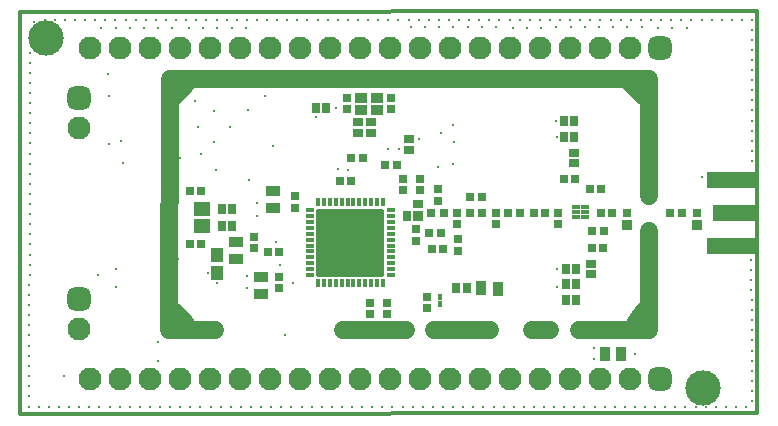
<source format=gts>
G04*
G04 #@! TF.GenerationSoftware,Altium Limited,Altium Designer,20.2.6 (244)*
G04*
G04 Layer_Color=8388736*
%FSLAX43Y43*%
%MOMM*%
G71*
G04*
G04 #@! TF.SameCoordinates,C144CD18-1887-4FAA-AC2B-496F7D53F270*
G04*
G04*
G04 #@! TF.FilePolarity,Negative*
G04*
G01*
G75*
%ADD12C,0.300*%
%ADD21C,2.000*%
%ADD22C,1.500*%
G04:AMPARAMS|DCode=23|XSize=0.72mm|YSize=0.42mm|CornerRadius=0mm|HoleSize=0mm|Usage=FLASHONLY|Rotation=90.000|XOffset=0mm|YOffset=0mm|HoleType=Round|Shape=Octagon|*
%AMOCTAGOND23*
4,1,8,0.105,0.360,-0.105,0.360,-0.210,0.255,-0.210,-0.255,-0.105,-0.360,0.105,-0.360,0.210,-0.255,0.210,0.255,0.105,0.360,0.0*
%
%ADD23OCTAGOND23*%

G04:AMPARAMS|DCode=24|XSize=0.72mm|YSize=0.42mm|CornerRadius=0mm|HoleSize=0mm|Usage=FLASHONLY|Rotation=180.000|XOffset=0mm|YOffset=0mm|HoleType=Round|Shape=Octagon|*
%AMOCTAGOND24*
4,1,8,-0.360,0.105,-0.360,-0.105,-0.255,-0.210,0.255,-0.210,0.360,-0.105,0.360,0.105,0.255,0.210,-0.255,0.210,-0.360,0.105,0.0*
%
%ADD24OCTAGOND24*%

G04:AMPARAMS|DCode=25|XSize=5.76mm|YSize=5.76mm|CornerRadius=0.22mm|HoleSize=0mm|Usage=FLASHONLY|Rotation=180.000|XOffset=0mm|YOffset=0mm|HoleType=Round|Shape=RoundedRectangle|*
%AMROUNDEDRECTD25*
21,1,5.760,5.320,0,0,180.0*
21,1,5.320,5.760,0,0,180.0*
1,1,0.440,-2.660,2.660*
1,1,0.440,2.660,2.660*
1,1,0.440,2.660,-2.660*
1,1,0.440,-2.660,-2.660*
%
%ADD25ROUNDEDRECTD25*%
%ADD26R,0.750X0.375*%
%ADD27R,0.850X0.850*%
%ADD28R,0.700X0.850*%
%ADD29R,0.850X0.700*%
%ADD30R,0.875X1.150*%
%ADD31R,1.000X0.900*%
%ADD32R,1.400X1.150*%
%ADD33R,1.100X1.250*%
%ADD34R,0.750X0.750*%
%ADD35R,0.450X0.575*%
%ADD36R,3.700X1.370*%
%ADD37R,4.300X1.450*%
%ADD38R,0.750X0.750*%
%ADD39R,1.150X0.875*%
%ADD40C,3.000*%
%ADD41C,1.950*%
G04:AMPARAMS|DCode=42|XSize=1.95mm|YSize=1.95mm|CornerRadius=0.525mm|HoleSize=0mm|Usage=FLASHONLY|Rotation=180.000|XOffset=0mm|YOffset=0mm|HoleType=Round|Shape=RoundedRectangle|*
%AMROUNDEDRECTD42*
21,1,1.950,0.900,0,0,180.0*
21,1,0.900,1.950,0,0,180.0*
1,1,1.050,-0.450,0.450*
1,1,1.050,0.450,0.450*
1,1,1.050,0.450,-0.450*
1,1,1.050,-0.450,-0.450*
%
%ADD42ROUNDEDRECTD42*%
G04:AMPARAMS|DCode=43|XSize=1.95mm|YSize=1.95mm|CornerRadius=0.525mm|HoleSize=0mm|Usage=FLASHONLY|Rotation=270.000|XOffset=0mm|YOffset=0mm|HoleType=Round|Shape=RoundedRectangle|*
%AMROUNDEDRECTD43*
21,1,1.950,0.900,0,0,270.0*
21,1,0.900,1.950,0,0,270.0*
1,1,1.050,-0.450,-0.450*
1,1,1.050,-0.450,0.450*
1,1,1.050,0.450,0.450*
1,1,1.050,0.450,-0.450*
%
%ADD43ROUNDEDRECTD43*%
%ADD44C,0.100*%
%ADD45C,0.250*%
D12*
X-9Y17005D02*
X62391Y17098D01*
X-9Y17005D02*
X0Y-17000D01*
X62391Y17098D02*
X62401Y-16907D01*
X0Y-17000D02*
X62401Y-16907D01*
D21*
X51888Y11096D02*
X52852Y10132D01*
X12926Y10110D02*
X13890Y11074D01*
X12908Y-8547D02*
X13872Y-9511D01*
X52191Y-9531D02*
X52973Y-8415D01*
D22*
X12622Y-9862D02*
X12629Y11360D01*
X12622Y-9862D02*
X16451D01*
X16984Y11359D02*
X53229D01*
X12629Y11360D02*
X17197Y11359D01*
X53229Y1467D02*
Y11359D01*
X27292Y-9862D02*
X32663D01*
X35047Y-9856D02*
X39783Y-9858D01*
X43325Y-9858D02*
X44875D01*
X47304Y-9862D02*
X53228D01*
Y-9873D02*
Y-1478D01*
D23*
X25200Y919D02*
D03*
X25700D02*
D03*
X26200D02*
D03*
X26700D02*
D03*
X27200D02*
D03*
X27700D02*
D03*
X28200D02*
D03*
X28700D02*
D03*
X29200D02*
D03*
X29700D02*
D03*
X30200D02*
D03*
X30700D02*
D03*
X25193Y-5878D02*
D03*
X25700D02*
D03*
X26200D02*
D03*
X26700D02*
D03*
X27200D02*
D03*
X27700D02*
D03*
X28200D02*
D03*
X28700D02*
D03*
X29200D02*
D03*
X29700D02*
D03*
X30200D02*
D03*
X30700D02*
D03*
D24*
X24541Y-3731D02*
D03*
X31338Y-5231D02*
D03*
Y-4731D02*
D03*
Y-4231D02*
D03*
Y-3731D02*
D03*
Y-3231D02*
D03*
Y-2731D02*
D03*
Y-2231D02*
D03*
Y-1731D02*
D03*
Y-1231D02*
D03*
Y-731D02*
D03*
Y-231D02*
D03*
Y269D02*
D03*
X24541Y-5231D02*
D03*
Y-4731D02*
D03*
Y-4231D02*
D03*
Y-3231D02*
D03*
Y-2731D02*
D03*
Y-2231D02*
D03*
Y-1731D02*
D03*
Y-1231D02*
D03*
Y-731D02*
D03*
Y269D02*
D03*
Y-231D02*
D03*
D25*
X27940Y-2479D02*
D03*
D26*
X47800Y-300D02*
D03*
Y100D02*
D03*
Y500D02*
D03*
X47000Y-300D02*
D03*
Y100D02*
D03*
Y500D02*
D03*
D27*
X33698Y-225D02*
D03*
X57325Y-1025D02*
D03*
X51350D02*
D03*
D28*
X32715Y-225D02*
D03*
X36873Y-6349D02*
D03*
X37773Y-6349D02*
D03*
X46904Y6426D02*
D03*
X46004D02*
D03*
X25015Y8885D02*
D03*
X25915D02*
D03*
X46904Y7826D02*
D03*
X46004D02*
D03*
X47053Y-7348D02*
D03*
X46153D02*
D03*
X47053Y-4699D02*
D03*
X46153D02*
D03*
X47053Y-5999D02*
D03*
X46153D02*
D03*
X17043Y-1039D02*
D03*
X17943D02*
D03*
X17043Y362D02*
D03*
X17943D02*
D03*
D29*
X33698Y758D02*
D03*
X48303Y-4273D02*
D03*
X48303Y-5173D02*
D03*
X46900Y4226D02*
D03*
Y5126D02*
D03*
X28575Y7725D02*
D03*
Y6825D02*
D03*
X29725Y7725D02*
D03*
Y6825D02*
D03*
X32887Y5358D02*
D03*
X32887Y6258D02*
D03*
D30*
X40436Y-6381D02*
D03*
X39011Y-6365D02*
D03*
X50884Y-11918D02*
D03*
X49459D02*
D03*
D31*
X28800Y9800D02*
D03*
Y8750D02*
D03*
X30150Y9800D02*
D03*
Y8750D02*
D03*
D32*
X15368Y386D02*
D03*
X15368Y-1114D02*
D03*
D33*
X16624Y-5036D02*
D03*
X16624Y-3536D02*
D03*
D34*
X33475Y-2365D02*
D03*
Y-1305D02*
D03*
X57325Y25D02*
D03*
X35388Y1015D02*
D03*
Y2075D02*
D03*
X27625Y8800D02*
D03*
Y9750D02*
D03*
X51350Y25D02*
D03*
X37025Y-2211D02*
D03*
Y-3161D02*
D03*
X31375Y8800D02*
D03*
Y9750D02*
D03*
X45500Y-925D02*
D03*
Y25D02*
D03*
X40299Y-925D02*
D03*
Y25D02*
D03*
X37000D02*
D03*
Y-925D02*
D03*
X32423Y2925D02*
D03*
Y1975D02*
D03*
X33823Y2925D02*
D03*
Y1975D02*
D03*
X34413Y-8024D02*
D03*
Y-7074D02*
D03*
X21911Y-5357D02*
D03*
Y-6307D02*
D03*
X19749Y-2963D02*
D03*
Y-2013D02*
D03*
X23251Y1425D02*
D03*
Y475D02*
D03*
X31000Y-7615D02*
D03*
Y-8565D02*
D03*
X29600D02*
D03*
Y-7615D02*
D03*
D35*
X35563Y-7694D02*
D03*
X35563Y-7069D02*
D03*
D36*
X60470Y25D02*
D03*
D37*
X60270Y-2800D02*
D03*
Y2850D02*
D03*
D38*
X49142Y2031D02*
D03*
X48192D02*
D03*
X54995Y25D02*
D03*
X56055D02*
D03*
X35828Y19D02*
D03*
X34768D02*
D03*
X41277Y25D02*
D03*
X42337D02*
D03*
X38051Y20D02*
D03*
X39111D02*
D03*
X27075Y2700D02*
D03*
X28025D02*
D03*
X30900Y4100D02*
D03*
X31850D02*
D03*
X34625Y-1635D02*
D03*
X35575D02*
D03*
X49150Y25D02*
D03*
X50100D02*
D03*
X34850Y-3035D02*
D03*
X35800D02*
D03*
X46975Y2926D02*
D03*
X46025D02*
D03*
X44455Y25D02*
D03*
X43505D02*
D03*
X38106Y1345D02*
D03*
X39056D02*
D03*
X49322Y-2973D02*
D03*
X48372D02*
D03*
X14323Y-2589D02*
D03*
X15273D02*
D03*
Y1862D02*
D03*
X14323D02*
D03*
X28975Y4700D02*
D03*
X28025D02*
D03*
X20974Y-3241D02*
D03*
X21924D02*
D03*
X49376Y-1500D02*
D03*
X48426D02*
D03*
D39*
X20411Y-5422D02*
D03*
X20411Y-6847D02*
D03*
X18249Y-2426D02*
D03*
Y-3851D02*
D03*
X21400Y1888D02*
D03*
Y463D02*
D03*
D40*
X57800Y-14800D02*
D03*
X2200Y14800D02*
D03*
D41*
X5870Y14000D02*
D03*
X8410D02*
D03*
X10950D02*
D03*
X13490D02*
D03*
X16030D02*
D03*
X18570D02*
D03*
X21110D02*
D03*
X23650D02*
D03*
X26190D02*
D03*
X28730D02*
D03*
X31270D02*
D03*
X33810D02*
D03*
X36350D02*
D03*
X38890D02*
D03*
X41430D02*
D03*
X43970D02*
D03*
X46510D02*
D03*
X49050D02*
D03*
X51590D02*
D03*
X5000Y-9770D02*
D03*
Y7230D02*
D03*
X51590Y-14000D02*
D03*
X49050D02*
D03*
X46510D02*
D03*
X43970D02*
D03*
X41430D02*
D03*
X38890D02*
D03*
X36350D02*
D03*
X33810D02*
D03*
X31270D02*
D03*
X28730D02*
D03*
X26190D02*
D03*
X23650D02*
D03*
X21110D02*
D03*
X18570D02*
D03*
X16030D02*
D03*
X13490D02*
D03*
X10950D02*
D03*
X8410D02*
D03*
X5870D02*
D03*
D42*
X54130Y14000D02*
D03*
Y-14000D02*
D03*
D43*
X5000Y-7230D02*
D03*
Y9770D02*
D03*
D44*
X46273Y-563D02*
D03*
X39412Y10849D02*
D03*
X41904Y10854D02*
D03*
X38788Y10849D02*
D03*
X41281D02*
D03*
X38165D02*
D03*
X40658D02*
D03*
X37542D02*
D03*
X40035D02*
D03*
X43150Y10858D02*
D03*
X45643D02*
D03*
X45020D02*
D03*
X44397D02*
D03*
X42527D02*
D03*
X43773D02*
D03*
X46266D02*
D03*
X48135Y10859D02*
D03*
X46889D02*
D03*
X48759D02*
D03*
X47512D02*
D03*
X61009Y15043D02*
D03*
X60559Y14143D02*
D03*
X61009Y13243D02*
D03*
X60559Y12343D02*
D03*
X61009Y11443D02*
D03*
X60559Y10543D02*
D03*
X61009Y9643D02*
D03*
X60559Y8743D02*
D03*
X61009Y7843D02*
D03*
X60559Y6943D02*
D03*
X61009Y6043D02*
D03*
X60559Y5143D02*
D03*
X61009Y4243D02*
D03*
Y-4757D02*
D03*
X60559Y-5657D02*
D03*
X61009Y-6557D02*
D03*
X60559Y-7457D02*
D03*
X61009Y-8357D02*
D03*
X60559Y-9257D02*
D03*
X61009Y-10157D02*
D03*
X60559Y-11057D02*
D03*
X61009Y-11957D02*
D03*
X60559Y-12857D02*
D03*
X61009Y-13757D02*
D03*
X60559Y-14657D02*
D03*
X61009Y-15557D02*
D03*
X60109Y15043D02*
D03*
X59659Y14143D02*
D03*
X60109Y13243D02*
D03*
X59659Y12343D02*
D03*
X60109Y11443D02*
D03*
X59659Y10543D02*
D03*
X60109Y9643D02*
D03*
X59659Y8743D02*
D03*
X60109Y7843D02*
D03*
X59659Y6943D02*
D03*
X60109Y6043D02*
D03*
X59659Y5143D02*
D03*
X60109Y4243D02*
D03*
Y-4757D02*
D03*
X59659Y-5657D02*
D03*
X60109Y-6557D02*
D03*
X59659Y-7457D02*
D03*
X60109Y-8357D02*
D03*
X59659Y-9257D02*
D03*
X60109Y-10157D02*
D03*
X59659Y-11057D02*
D03*
X60109Y-11957D02*
D03*
X59659Y-12857D02*
D03*
X60109Y-13757D02*
D03*
X59659Y-14657D02*
D03*
X60109Y-15557D02*
D03*
X59209Y15043D02*
D03*
X58759Y14143D02*
D03*
X59209Y13243D02*
D03*
X58759Y12343D02*
D03*
X59209Y11443D02*
D03*
X58759Y10543D02*
D03*
X59209Y9643D02*
D03*
X58759Y8743D02*
D03*
X59209Y7843D02*
D03*
X58759Y6943D02*
D03*
X59209Y6043D02*
D03*
X58759Y5143D02*
D03*
X59209Y4243D02*
D03*
Y-4757D02*
D03*
X58759Y-5657D02*
D03*
X59209Y-6557D02*
D03*
X58759Y-7457D02*
D03*
X59209Y-8357D02*
D03*
X58759Y-9257D02*
D03*
X59209Y-10157D02*
D03*
X58759Y-11057D02*
D03*
X59209Y-11957D02*
D03*
X58759Y-12857D02*
D03*
X59209Y-15557D02*
D03*
X58309Y15043D02*
D03*
X57859Y14143D02*
D03*
X58309Y13243D02*
D03*
X57859Y12343D02*
D03*
X58309Y11443D02*
D03*
X57859Y10543D02*
D03*
X58309Y9643D02*
D03*
X57859Y8743D02*
D03*
X58309Y7843D02*
D03*
X57859Y6943D02*
D03*
X58309Y6043D02*
D03*
X57859Y5143D02*
D03*
X58309Y4243D02*
D03*
Y-4757D02*
D03*
X57859Y-5657D02*
D03*
X58309Y-6557D02*
D03*
X57859Y-7457D02*
D03*
X58309Y-8357D02*
D03*
X57859Y-9257D02*
D03*
X58309Y-10157D02*
D03*
X57859Y-11057D02*
D03*
X58309Y-11957D02*
D03*
X57859Y-12857D02*
D03*
X58309Y-13757D02*
D03*
X57409Y15043D02*
D03*
X56959Y14143D02*
D03*
X57409Y13243D02*
D03*
X56959Y12343D02*
D03*
X57409Y11443D02*
D03*
X56959Y10543D02*
D03*
X57409Y9643D02*
D03*
X56959Y8743D02*
D03*
X57409Y7843D02*
D03*
X56959Y6943D02*
D03*
X57409Y6043D02*
D03*
X56959Y5143D02*
D03*
X57409Y4243D02*
D03*
X56959Y3343D02*
D03*
X57409Y-2957D02*
D03*
X56959Y-3857D02*
D03*
X57409Y-4757D02*
D03*
X56959Y-5657D02*
D03*
X57409Y-6557D02*
D03*
X56959Y-7457D02*
D03*
X57409Y-8357D02*
D03*
X56959Y-9257D02*
D03*
X57409Y-10157D02*
D03*
X56959Y-11057D02*
D03*
X57409Y-11957D02*
D03*
X56959Y-12857D02*
D03*
X57409Y-13757D02*
D03*
X56059Y14143D02*
D03*
X56509Y13243D02*
D03*
X56059Y12343D02*
D03*
X56509Y11443D02*
D03*
X56059Y10543D02*
D03*
X56509Y9643D02*
D03*
X56059Y8743D02*
D03*
X56509Y7843D02*
D03*
X56059Y6943D02*
D03*
X56509Y6043D02*
D03*
X56059Y5143D02*
D03*
X56509Y4243D02*
D03*
X56059Y3343D02*
D03*
X56509Y2443D02*
D03*
Y-2957D02*
D03*
X56059Y-3857D02*
D03*
X56509Y-4757D02*
D03*
X56059Y-5657D02*
D03*
X56509Y-6557D02*
D03*
X56059Y-7457D02*
D03*
X56509Y-8357D02*
D03*
X56059Y-9257D02*
D03*
X56509Y-10157D02*
D03*
X56059Y-11057D02*
D03*
X56509Y-11957D02*
D03*
X56059Y-12857D02*
D03*
X56509Y-13757D02*
D03*
X56059Y-14657D02*
D03*
X56509Y-15557D02*
D03*
X55609Y15043D02*
D03*
Y13243D02*
D03*
X55159Y12343D02*
D03*
X55609Y11443D02*
D03*
X55159Y10543D02*
D03*
X55609Y9643D02*
D03*
X55159Y8743D02*
D03*
X55609Y7843D02*
D03*
X55159Y6943D02*
D03*
X55609Y6043D02*
D03*
X55159Y5143D02*
D03*
X55609Y4243D02*
D03*
X55159Y3343D02*
D03*
X55609Y2443D02*
D03*
Y-2957D02*
D03*
X55159Y-3857D02*
D03*
X55609Y-4757D02*
D03*
X55159Y-5657D02*
D03*
X55609Y-6557D02*
D03*
X55159Y-7457D02*
D03*
X55609Y-8357D02*
D03*
X55159Y-9257D02*
D03*
X55609Y-10157D02*
D03*
X55159Y-11057D02*
D03*
X55609Y-11957D02*
D03*
Y-13757D02*
D03*
Y-15557D02*
D03*
X54259Y12343D02*
D03*
X54709Y11443D02*
D03*
X54259Y10543D02*
D03*
X54709Y9643D02*
D03*
X54259Y8743D02*
D03*
X54709Y7843D02*
D03*
X54259Y6943D02*
D03*
X54709Y6043D02*
D03*
X54259Y5143D02*
D03*
X54709Y4243D02*
D03*
X54259Y3343D02*
D03*
X54709Y2443D02*
D03*
Y-2957D02*
D03*
X54259Y-3857D02*
D03*
X54709Y-4757D02*
D03*
X54259Y-5657D02*
D03*
X54709Y-6557D02*
D03*
X54259Y-7457D02*
D03*
X54709Y-8357D02*
D03*
X54259Y-9257D02*
D03*
X54709Y-10157D02*
D03*
X54259Y-11057D02*
D03*
X54709Y-11957D02*
D03*
Y-15557D02*
D03*
X53359Y12343D02*
D03*
X53809Y11443D02*
D03*
X53359Y10543D02*
D03*
X53809Y9643D02*
D03*
X53359Y8743D02*
D03*
X53809Y7843D02*
D03*
X53359Y6943D02*
D03*
X53809Y6043D02*
D03*
X53359Y5143D02*
D03*
X53809Y4243D02*
D03*
X53359Y3343D02*
D03*
X53809Y2443D02*
D03*
Y-2957D02*
D03*
X53359Y-3857D02*
D03*
X53809Y-4757D02*
D03*
X53359Y-5657D02*
D03*
X53809Y-6557D02*
D03*
X53359Y-7457D02*
D03*
X53809Y-8357D02*
D03*
X53359Y-11057D02*
D03*
X53809Y-11957D02*
D03*
Y-15557D02*
D03*
X52909Y15043D02*
D03*
X52459Y12343D02*
D03*
X52909Y11443D02*
D03*
Y9643D02*
D03*
X52459Y8743D02*
D03*
X52909Y7843D02*
D03*
X52459Y6943D02*
D03*
X52909Y6043D02*
D03*
X52459Y5143D02*
D03*
X52909Y4243D02*
D03*
X52459Y3343D02*
D03*
X52909Y2443D02*
D03*
Y-2957D02*
D03*
X52459Y-3857D02*
D03*
X52909Y-4757D02*
D03*
X52459Y-5657D02*
D03*
X52909Y-6557D02*
D03*
X52459Y-7457D02*
D03*
X52909Y-8357D02*
D03*
X52459Y-9257D02*
D03*
Y-11057D02*
D03*
X52909Y-11957D02*
D03*
X52459Y-12857D02*
D03*
X52909Y-15557D02*
D03*
X51559Y12343D02*
D03*
X52009Y11443D02*
D03*
X51559Y10543D02*
D03*
X52009Y9643D02*
D03*
X51559Y8743D02*
D03*
X52009Y7843D02*
D03*
X51559Y6943D02*
D03*
X52009Y6043D02*
D03*
X51559Y5143D02*
D03*
X52009Y4243D02*
D03*
X51559Y3343D02*
D03*
X52009Y2443D02*
D03*
Y-2957D02*
D03*
X51559Y-3857D02*
D03*
X52009Y-4757D02*
D03*
X51559Y-5657D02*
D03*
X52009Y-6557D02*
D03*
X51559Y-7457D02*
D03*
X52009Y-8357D02*
D03*
X51559Y-11057D02*
D03*
X52009Y-15557D02*
D03*
X51109Y11443D02*
D03*
Y9643D02*
D03*
X50659Y8743D02*
D03*
X51109Y7843D02*
D03*
X50659Y6943D02*
D03*
X51109Y6043D02*
D03*
X50659Y5143D02*
D03*
X51109Y4243D02*
D03*
X50659Y3343D02*
D03*
X51109Y2443D02*
D03*
Y-2957D02*
D03*
X50659Y-3857D02*
D03*
X51109Y-4757D02*
D03*
X50659Y-5657D02*
D03*
X51109Y-6557D02*
D03*
X50659Y-7457D02*
D03*
X51109Y-8357D02*
D03*
X50659Y-9257D02*
D03*
Y-12857D02*
D03*
X51109Y-15557D02*
D03*
X50209Y9643D02*
D03*
X49759Y8743D02*
D03*
X50209Y7843D02*
D03*
X49759Y6943D02*
D03*
X50209Y6043D02*
D03*
X49759Y5143D02*
D03*
X50209Y4243D02*
D03*
X49759Y3343D02*
D03*
X50209Y2443D02*
D03*
Y-2957D02*
D03*
X49759Y-3857D02*
D03*
X50209Y-4757D02*
D03*
X49759Y-5657D02*
D03*
X50209Y-6557D02*
D03*
X49759Y-7457D02*
D03*
X50209Y-8357D02*
D03*
X49759Y-9257D02*
D03*
X48859Y12343D02*
D03*
X49309Y9643D02*
D03*
X48859Y8743D02*
D03*
X49309Y7843D02*
D03*
X48859Y6943D02*
D03*
X49309Y6043D02*
D03*
X48859Y5143D02*
D03*
X49309Y4243D02*
D03*
X48859Y3343D02*
D03*
X49309Y-4757D02*
D03*
Y-6557D02*
D03*
X48859Y-7457D02*
D03*
X49309Y-8357D02*
D03*
X48859Y-9257D02*
D03*
X48409Y9643D02*
D03*
X47959Y8743D02*
D03*
X48409Y7843D02*
D03*
X47959Y6943D02*
D03*
X48409Y6043D02*
D03*
X47959Y5143D02*
D03*
X48409Y4243D02*
D03*
X47959Y3343D02*
D03*
X48409Y-6557D02*
D03*
X47959Y-7457D02*
D03*
X48409Y-8357D02*
D03*
X47959Y-9257D02*
D03*
X47509Y15043D02*
D03*
Y9643D02*
D03*
X47059Y8743D02*
D03*
X47509Y-2957D02*
D03*
Y-8357D02*
D03*
X47059Y-9257D02*
D03*
X46159Y12343D02*
D03*
X46609Y9643D02*
D03*
Y-15557D02*
D03*
X45259Y12343D02*
D03*
X45709Y9643D02*
D03*
X45259Y5143D02*
D03*
X45709Y4243D02*
D03*
X45259Y3343D02*
D03*
Y-7457D02*
D03*
Y-9257D02*
D03*
X45709Y-15557D02*
D03*
X44359Y12343D02*
D03*
X44809Y9643D02*
D03*
X44359Y5143D02*
D03*
X44809Y4243D02*
D03*
X44359Y3343D02*
D03*
X44809Y-8357D02*
D03*
X44359Y-9257D02*
D03*
X43459Y12343D02*
D03*
X43909Y9643D02*
D03*
X43459Y6943D02*
D03*
X43909Y6043D02*
D03*
X43459Y5143D02*
D03*
X43909Y4243D02*
D03*
X43459Y3343D02*
D03*
X43909Y-4757D02*
D03*
X43459Y-5657D02*
D03*
X43909Y-8357D02*
D03*
X43459Y-9257D02*
D03*
X43009Y9643D02*
D03*
X42559Y6943D02*
D03*
X43009Y6043D02*
D03*
X42559Y5143D02*
D03*
X43009Y4243D02*
D03*
X42559Y3343D02*
D03*
X43009Y-4757D02*
D03*
X42559Y-5657D02*
D03*
X43009Y-6557D02*
D03*
Y-8357D02*
D03*
X42559Y-9257D02*
D03*
X42109Y9643D02*
D03*
X41659Y6943D02*
D03*
X42109Y6043D02*
D03*
X41659Y5143D02*
D03*
X42109Y4243D02*
D03*
X41659Y3343D02*
D03*
X42109Y-4757D02*
D03*
X41659Y-5657D02*
D03*
X42109Y-6557D02*
D03*
Y-8357D02*
D03*
X41659Y-9257D02*
D03*
X41209Y9643D02*
D03*
X40759Y6943D02*
D03*
X41209Y6043D02*
D03*
X40759Y5143D02*
D03*
X41209Y4243D02*
D03*
X40759Y3343D02*
D03*
X41209Y-4757D02*
D03*
Y-8357D02*
D03*
X40759Y-9257D02*
D03*
X40309Y9643D02*
D03*
X39859Y6943D02*
D03*
X40309Y6043D02*
D03*
X39859Y5143D02*
D03*
X40309Y4243D02*
D03*
X39859Y3343D02*
D03*
X40309Y-4757D02*
D03*
Y-8357D02*
D03*
X39859Y-9257D02*
D03*
X39409Y9643D02*
D03*
Y6043D02*
D03*
X38959Y5143D02*
D03*
X39409Y4243D02*
D03*
Y-4757D02*
D03*
Y-8357D02*
D03*
X38959Y-9257D02*
D03*
X38509Y9643D02*
D03*
X38059Y6943D02*
D03*
X38509Y4243D02*
D03*
Y-4757D02*
D03*
Y-8357D02*
D03*
X38059Y-9257D02*
D03*
X37609Y15043D02*
D03*
Y9643D02*
D03*
X37159Y5143D02*
D03*
X37609Y-4757D02*
D03*
Y-8357D02*
D03*
X37159Y-9257D02*
D03*
X36709Y9643D02*
D03*
Y-4757D02*
D03*
Y-8357D02*
D03*
X36259Y-9257D02*
D03*
X35809Y9643D02*
D03*
X35359Y5143D02*
D03*
X35809Y-4757D02*
D03*
X35359Y-9257D02*
D03*
X34909Y15043D02*
D03*
X34009Y9643D02*
D03*
X28609Y-15557D02*
D03*
X24559Y12343D02*
D03*
X21409Y9643D02*
D03*
X20059Y8743D02*
D03*
Y-12857D02*
D03*
X19609Y9643D02*
D03*
Y7843D02*
D03*
X18708Y9643D02*
D03*
X18259Y8743D02*
D03*
X18708Y7843D02*
D03*
X17809Y9643D02*
D03*
X17358Y8743D02*
D03*
X17809Y6043D02*
D03*
X17358Y5143D02*
D03*
Y3343D02*
D03*
Y1543D02*
D03*
X16909Y9643D02*
D03*
Y7843D02*
D03*
X16458Y6943D02*
D03*
Y5143D02*
D03*
X16909Y2443D02*
D03*
X16458Y1543D02*
D03*
X16008Y9643D02*
D03*
X15559Y8743D02*
D03*
X16008Y7843D02*
D03*
Y4243D02*
D03*
X15559Y3343D02*
D03*
X14658Y8743D02*
D03*
X15108Y6043D02*
D03*
Y4243D02*
D03*
X14658Y3343D02*
D03*
Y-3857D02*
D03*
Y-5657D02*
D03*
Y-7457D02*
D03*
Y-12857D02*
D03*
X13759Y8743D02*
D03*
X14208Y7843D02*
D03*
X13759Y6943D02*
D03*
X14208Y6043D02*
D03*
Y4243D02*
D03*
X13759Y3343D02*
D03*
Y-257D02*
D03*
X14208Y-4757D02*
D03*
X13759Y-5657D02*
D03*
X14208Y-6557D02*
D03*
X13759Y-7457D02*
D03*
X13309Y7843D02*
D03*
Y6043D02*
D03*
X12858Y5143D02*
D03*
Y1543D02*
D03*
X13309Y643D02*
D03*
X12858Y-257D02*
D03*
X13309Y-1157D02*
D03*
X12858Y-2057D02*
D03*
X13309Y-4757D02*
D03*
Y-6557D02*
D03*
X12408Y15043D02*
D03*
Y4243D02*
D03*
Y643D02*
D03*
Y-1157D02*
D03*
Y-2957D02*
D03*
Y-4757D02*
D03*
Y-6557D02*
D03*
X10158Y-11057D02*
D03*
X9708Y15043D02*
D03*
X9259Y-9257D02*
D03*
Y-11057D02*
D03*
X9708Y-11957D02*
D03*
X9259Y-12857D02*
D03*
X8358Y5143D02*
D03*
Y3343D02*
D03*
X8809Y2443D02*
D03*
X8358Y1543D02*
D03*
X8809Y643D02*
D03*
X8358Y-257D02*
D03*
X8809Y-1157D02*
D03*
X8358Y-2057D02*
D03*
X8809Y-2957D02*
D03*
X8358Y-3857D02*
D03*
X8809Y-8357D02*
D03*
X8358Y-9257D02*
D03*
Y-11057D02*
D03*
X8809Y-11957D02*
D03*
X7458Y8743D02*
D03*
Y5143D02*
D03*
X7909Y4243D02*
D03*
X7458Y3343D02*
D03*
X7909Y2443D02*
D03*
X7458Y1543D02*
D03*
X7909Y643D02*
D03*
X7458Y-257D02*
D03*
X7909Y-1157D02*
D03*
X7458Y-2057D02*
D03*
X7909Y-2957D02*
D03*
X7458Y-3857D02*
D03*
Y-5657D02*
D03*
X7909Y-8357D02*
D03*
X7458Y-9257D02*
D03*
Y-11057D02*
D03*
X7909Y-11957D02*
D03*
X7458Y-12857D02*
D03*
X6558Y12343D02*
D03*
Y10543D02*
D03*
Y8743D02*
D03*
X7008Y7843D02*
D03*
X6558Y5143D02*
D03*
X7008Y4243D02*
D03*
X6558Y3343D02*
D03*
X7008Y2443D02*
D03*
X6558Y1543D02*
D03*
X7008Y643D02*
D03*
X6558Y-257D02*
D03*
X7008Y-1157D02*
D03*
X6558Y-2057D02*
D03*
X7008Y-2957D02*
D03*
X6558Y-3857D02*
D03*
X7008Y-6557D02*
D03*
Y-8357D02*
D03*
X6558Y-9257D02*
D03*
X7008Y-11957D02*
D03*
X5659Y12343D02*
D03*
X6108Y11443D02*
D03*
Y6043D02*
D03*
X5659Y5143D02*
D03*
X6108Y4243D02*
D03*
X5659Y3343D02*
D03*
X6108Y2443D02*
D03*
X5659Y1543D02*
D03*
X6108Y643D02*
D03*
X5659Y-257D02*
D03*
X6108Y-1157D02*
D03*
X5659Y-2057D02*
D03*
X6108Y-2957D02*
D03*
X5659Y-3857D02*
D03*
Y-5657D02*
D03*
X6108Y-11957D02*
D03*
Y-15557D02*
D03*
X4758Y5143D02*
D03*
X5208Y4243D02*
D03*
X4758Y3343D02*
D03*
X5208Y2443D02*
D03*
X4758Y1543D02*
D03*
X5208Y643D02*
D03*
X4758Y-257D02*
D03*
X5208Y-1157D02*
D03*
X4758Y-2057D02*
D03*
X5208Y-2957D02*
D03*
X4758Y-3857D02*
D03*
X5208Y-4757D02*
D03*
X4758Y-5657D02*
D03*
X5208Y-11957D02*
D03*
X4758Y-12857D02*
D03*
X5208Y-15557D02*
D03*
X4308Y15043D02*
D03*
X3858Y14143D02*
D03*
X4308Y13243D02*
D03*
X3858Y12343D02*
D03*
X4308Y11443D02*
D03*
X3858Y5143D02*
D03*
X4308Y4243D02*
D03*
X3858Y3343D02*
D03*
X4308Y2443D02*
D03*
X3858Y1543D02*
D03*
X4308Y643D02*
D03*
X3858Y-257D02*
D03*
X4308Y-1157D02*
D03*
X3858Y-2057D02*
D03*
X4308Y-2957D02*
D03*
X3858Y-3857D02*
D03*
X4308Y-4757D02*
D03*
X3858Y-5657D02*
D03*
Y-11057D02*
D03*
X4308Y-11957D02*
D03*
X3858Y-12857D02*
D03*
Y-14657D02*
D03*
X4308Y-15557D02*
D03*
X3408Y15043D02*
D03*
Y13243D02*
D03*
X2958Y12343D02*
D03*
X3408Y11443D02*
D03*
X2958Y10543D02*
D03*
X3408Y9643D02*
D03*
X2958Y8743D02*
D03*
X3408Y7843D02*
D03*
X2958Y6943D02*
D03*
X3408Y6043D02*
D03*
X2958Y5143D02*
D03*
X3408Y4243D02*
D03*
X2958Y3343D02*
D03*
X3408Y2443D02*
D03*
X2958Y1543D02*
D03*
X3408Y643D02*
D03*
X2958Y-257D02*
D03*
X3408Y-1157D02*
D03*
X2958Y-2057D02*
D03*
X3408Y-2957D02*
D03*
X2958Y-3857D02*
D03*
X3408Y-4757D02*
D03*
X2958Y-5657D02*
D03*
X3408Y-6557D02*
D03*
X2958Y-7457D02*
D03*
X3408Y-8357D02*
D03*
X2958Y-9257D02*
D03*
X3408Y-10157D02*
D03*
X2958Y-11057D02*
D03*
X3408Y-11957D02*
D03*
X2958Y-12857D02*
D03*
Y-14657D02*
D03*
X3408Y-15557D02*
D03*
X2508Y13243D02*
D03*
X2058Y12343D02*
D03*
X2508Y11443D02*
D03*
X2058Y10543D02*
D03*
X2508Y9643D02*
D03*
X2058Y8743D02*
D03*
X2508Y7843D02*
D03*
X2058Y6943D02*
D03*
X2508Y6043D02*
D03*
X2058Y5143D02*
D03*
X2508Y4243D02*
D03*
X2058Y3343D02*
D03*
X2508Y2443D02*
D03*
X2058Y1543D02*
D03*
X2508Y643D02*
D03*
X2058Y-257D02*
D03*
X2508Y-1157D02*
D03*
X2058Y-2057D02*
D03*
X2508Y-2957D02*
D03*
X2058Y-3857D02*
D03*
X2508Y-4757D02*
D03*
X2058Y-5657D02*
D03*
X2508Y-6557D02*
D03*
X2058Y-7457D02*
D03*
X2508Y-8357D02*
D03*
X2058Y-9257D02*
D03*
X2508Y-10157D02*
D03*
X2058Y-11057D02*
D03*
X2508Y-11957D02*
D03*
X2058Y-12857D02*
D03*
X2508Y-13757D02*
D03*
X2058Y-14657D02*
D03*
X2508Y-15557D02*
D03*
X1608Y13243D02*
D03*
Y11443D02*
D03*
Y9643D02*
D03*
Y7843D02*
D03*
Y6043D02*
D03*
Y4243D02*
D03*
Y2443D02*
D03*
Y643D02*
D03*
Y-1157D02*
D03*
Y-2957D02*
D03*
Y-4757D02*
D03*
Y-6557D02*
D03*
Y-8357D02*
D03*
Y-10157D02*
D03*
Y-11957D02*
D03*
Y-13757D02*
D03*
Y-15557D02*
D03*
X36347Y-2251D02*
D03*
X36327Y1896D02*
D03*
X36395Y2893D02*
D03*
X46062Y-1175D02*
D03*
X48581Y904D02*
D03*
X48878Y-717D02*
D03*
X49413Y-1066D02*
D03*
X50156D02*
D03*
X47428Y-1000D02*
D03*
X47244Y-1632D02*
D03*
X50630Y-1462D02*
D03*
X53129Y-1066D02*
D03*
X52386D02*
D03*
X54615D02*
D03*
X53872D02*
D03*
X56101D02*
D03*
X55358D02*
D03*
X61263Y-1405D02*
D03*
X62006D02*
D03*
X59777D02*
D03*
X60520D02*
D03*
X58291D02*
D03*
X59034D02*
D03*
X56744Y-1066D02*
D03*
X51890Y-1462D02*
D03*
X59030Y1456D02*
D03*
X58287D02*
D03*
X60516D02*
D03*
X59773D02*
D03*
X62002D02*
D03*
X61259D02*
D03*
X57708Y1139D02*
D03*
X56322D02*
D03*
X57065D02*
D03*
X54836D02*
D03*
X55579D02*
D03*
X53349D02*
D03*
X54093D02*
D03*
X51963D02*
D03*
X52706D02*
D03*
X50477D02*
D03*
X51220D02*
D03*
X49734D02*
D03*
X49042Y1224D02*
D03*
X43119Y1116D02*
D03*
X42376D02*
D03*
X44506D02*
D03*
X43762D02*
D03*
X45992D02*
D03*
X45249D02*
D03*
X46735D02*
D03*
X45425Y-1047D02*
D03*
X43938D02*
D03*
X44681D02*
D03*
X42452D02*
D03*
X43195D02*
D03*
X41066D02*
D03*
X41809D02*
D03*
X39580D02*
D03*
X40323D02*
D03*
X38836D02*
D03*
X36155Y-751D02*
D03*
X38093Y-1047D02*
D03*
X35374Y-751D02*
D03*
X39711Y2400D02*
D03*
X38225D02*
D03*
X38968D02*
D03*
X37482D02*
D03*
X36947Y1114D02*
D03*
Y1857D02*
D03*
X36265Y1161D02*
D03*
X37626Y-1439D02*
D03*
X36365D02*
D03*
X36969Y-1648D02*
D03*
X51220Y-1610D02*
D03*
X37837Y-2466D02*
D03*
X38580D02*
D03*
X40066D02*
D03*
X39323D02*
D03*
X41552D02*
D03*
X40809D02*
D03*
X42939D02*
D03*
X42195D02*
D03*
X44425D02*
D03*
X43682D02*
D03*
X37812Y-3575D02*
D03*
X38555D02*
D03*
X40041D02*
D03*
X39298D02*
D03*
X41527D02*
D03*
X40784D02*
D03*
X42913D02*
D03*
X42170D02*
D03*
X43657D02*
D03*
X45132Y-3446D02*
D03*
X44400Y-3575D02*
D03*
X45805Y-3132D02*
D03*
X46374Y-2654D02*
D03*
X46900Y-2129D02*
D03*
X45668Y-1674D02*
D03*
X45098Y-2152D02*
D03*
X36539Y-3979D02*
D03*
X37282D02*
D03*
X35053D02*
D03*
X35796D02*
D03*
X34309D02*
D03*
X35604Y-2251D02*
D03*
X44877Y1648D02*
D03*
X45621D02*
D03*
X43391D02*
D03*
X44134D02*
D03*
X42748D02*
D03*
X37882Y2893D02*
D03*
X37138D02*
D03*
X39368D02*
D03*
X38625D02*
D03*
X36739Y2400D02*
D03*
X46364Y1648D02*
D03*
X46048Y2152D02*
D03*
X40946D02*
D03*
X40203D02*
D03*
X42433D02*
D03*
X41690D02*
D03*
X43819D02*
D03*
X43076D02*
D03*
X45305D02*
D03*
X44562D02*
D03*
X44759Y-4069D02*
D03*
X44016D02*
D03*
X42529D02*
D03*
X43272D02*
D03*
X41143D02*
D03*
X41886D02*
D03*
X39657D02*
D03*
X40400D02*
D03*
X38914D02*
D03*
X38171D02*
D03*
X46849Y-3208D02*
D03*
X44326Y-1734D02*
D03*
X42840D02*
D03*
X43583D02*
D03*
X41453D02*
D03*
X42196D02*
D03*
X39967D02*
D03*
X40710D02*
D03*
X39224D02*
D03*
X38481D02*
D03*
X45018Y-1520D02*
D03*
X57411Y1695D02*
D03*
X55925D02*
D03*
X56668D02*
D03*
X54439D02*
D03*
X55182D02*
D03*
X53052D02*
D03*
X53795D02*
D03*
X51566D02*
D03*
X52309D02*
D03*
X50823D02*
D03*
X50080D02*
D03*
X49337D02*
D03*
X52774Y-1646D02*
D03*
X53517D02*
D03*
X55003D02*
D03*
X54260D02*
D03*
X56490D02*
D03*
X55746D02*
D03*
X49800Y-1574D02*
D03*
X57803Y-1727D02*
D03*
X57160D02*
D03*
X53164Y-2240D02*
D03*
X54650D02*
D03*
X53907Y-2240D02*
D03*
X55393Y-2240D02*
D03*
X56136D02*
D03*
X57623Y-2240D02*
D03*
X56879D02*
D03*
X52421Y-2240D02*
D03*
X51678Y-2240D02*
D03*
X50934D02*
D03*
X49448Y-2240D02*
D03*
X50191Y-2240D02*
D03*
X40147Y1116D02*
D03*
X40890D02*
D03*
X42005Y1648D02*
D03*
X40519D02*
D03*
X41262D02*
D03*
X41633Y1116D02*
D03*
X28484Y-8637D02*
D03*
X28590Y-8053D02*
D03*
X52202Y10719D02*
D03*
X49382Y10956D02*
D03*
X50005D02*
D03*
X50628D02*
D03*
X53417Y-9880D02*
D03*
X52794D02*
D03*
X52171D02*
D03*
X51548D02*
D03*
X50925D02*
D03*
X50302D02*
D03*
X48432D02*
D03*
X49055D02*
D03*
X49678D02*
D03*
X28811Y5677D02*
D03*
X27979Y5686D02*
D03*
D45*
X26048Y-4408D02*
D03*
X35382Y3882D02*
D03*
X61899Y2819D02*
D03*
X61929Y-2845D02*
D03*
X45402Y-6230D02*
D03*
X61105Y2833D02*
D03*
X58537Y2857D02*
D03*
X60246Y2857D02*
D03*
X59392Y2857D02*
D03*
X61112Y-2827D02*
D03*
X58543Y-2803D02*
D03*
X60253Y-2803D02*
D03*
X59398Y-2803D02*
D03*
X707Y-16381D02*
D03*
X1562D02*
D03*
X2417D02*
D03*
X4126D02*
D03*
X5836D02*
D03*
X4981D02*
D03*
X3272D02*
D03*
X732Y-13764D02*
D03*
X732Y-12054D02*
D03*
X732Y-11200D02*
D03*
X732Y-12909D02*
D03*
Y-14619D02*
D03*
Y-15474D02*
D03*
X756Y-10341D02*
D03*
Y-9486D02*
D03*
Y-7776D02*
D03*
X756Y-6067D02*
D03*
X756Y-6921D02*
D03*
X756Y-8631D02*
D03*
X805Y1635D02*
D03*
X805Y3345D02*
D03*
X805Y4199D02*
D03*
X805Y2490D02*
D03*
Y780D02*
D03*
Y-75D02*
D03*
X780Y-5208D02*
D03*
Y-4353D02*
D03*
Y-2643D02*
D03*
X780Y-934D02*
D03*
X780Y-1788D02*
D03*
X780Y-3498D02*
D03*
X853Y11901D02*
D03*
X853Y13610D02*
D03*
X853Y14465D02*
D03*
X853Y12756D02*
D03*
Y11046D02*
D03*
Y10191D02*
D03*
X829Y5058D02*
D03*
Y5913D02*
D03*
Y7623D02*
D03*
X829Y9332D02*
D03*
X829Y8478D02*
D03*
X829Y6768D02*
D03*
X853Y15320D02*
D03*
X18670Y-16381D02*
D03*
X20380D02*
D03*
X21235D02*
D03*
X19525D02*
D03*
X17816D02*
D03*
X16961D02*
D03*
X22094D02*
D03*
X22949D02*
D03*
X24658D02*
D03*
X26368D02*
D03*
X25513D02*
D03*
X23803D02*
D03*
X13537D02*
D03*
X15247D02*
D03*
X16102D02*
D03*
X14392D02*
D03*
X12683D02*
D03*
X11828D02*
D03*
X6695D02*
D03*
X7550D02*
D03*
X9259D02*
D03*
X10969D02*
D03*
X10114D02*
D03*
X8405D02*
D03*
X39202D02*
D03*
X40912D02*
D03*
X41767D02*
D03*
X40057D02*
D03*
X38347D02*
D03*
X37493D02*
D03*
X42626D02*
D03*
X43480D02*
D03*
X45190D02*
D03*
X46900D02*
D03*
X46045D02*
D03*
X44335D02*
D03*
X34069D02*
D03*
X35779D02*
D03*
X36634D02*
D03*
X34924D02*
D03*
X33215D02*
D03*
X32360D02*
D03*
X27227D02*
D03*
X28082D02*
D03*
X29791D02*
D03*
X31501D02*
D03*
X30646D02*
D03*
X28936D02*
D03*
X59734D02*
D03*
X61444D02*
D03*
X60589D02*
D03*
X58879D02*
D03*
X58025D02*
D03*
X54601D02*
D03*
X56311D02*
D03*
X57166D02*
D03*
X55456D02*
D03*
X53746D02*
D03*
X52892D02*
D03*
X47759D02*
D03*
X48613D02*
D03*
X50323D02*
D03*
X52033D02*
D03*
X51178D02*
D03*
X49468D02*
D03*
X61878Y-3919D02*
D03*
X61878Y-5629D02*
D03*
X61878Y-6483D02*
D03*
X61878Y-4774D02*
D03*
X61935Y-7346D02*
D03*
X61935Y-8201D02*
D03*
X61935Y-9911D02*
D03*
X61935Y-11620D02*
D03*
X61935Y-10766D02*
D03*
X61935Y-9056D02*
D03*
X61911Y-12479D02*
D03*
X61911Y-13334D02*
D03*
X61911Y-15044D02*
D03*
X61911Y-15899D02*
D03*
X61911Y-14189D02*
D03*
X61931Y14690D02*
D03*
Y15544D02*
D03*
Y13835D02*
D03*
Y12980D02*
D03*
Y9557D02*
D03*
Y11266D02*
D03*
Y12121D02*
D03*
Y10412D02*
D03*
Y8702D02*
D03*
Y7847D02*
D03*
Y5279D02*
D03*
Y6988D02*
D03*
Y6133D02*
D03*
Y4424D02*
D03*
X13184Y16401D02*
D03*
X11474Y16401D02*
D03*
X10619Y16401D02*
D03*
X12329Y16401D02*
D03*
X14039Y16401D02*
D03*
X14893Y16401D02*
D03*
X9760Y16401D02*
D03*
X8906D02*
D03*
X7196Y16401D02*
D03*
X5486D02*
D03*
X6341Y16401D02*
D03*
X8051D02*
D03*
X4627Y16401D02*
D03*
X3773Y16401D02*
D03*
X2063D02*
D03*
X2918D02*
D03*
X33716Y16401D02*
D03*
X32006D02*
D03*
X31151Y16401D02*
D03*
X32861Y16401D02*
D03*
X34570Y16401D02*
D03*
X35425Y16401D02*
D03*
X30292Y16401D02*
D03*
X29437Y16401D02*
D03*
X27728Y16401D02*
D03*
X26018Y16401D02*
D03*
X26873Y16401D02*
D03*
X28583Y16401D02*
D03*
X18317Y16401D02*
D03*
X16607D02*
D03*
X15752D02*
D03*
X17462D02*
D03*
X19171Y16401D02*
D03*
X20026Y16401D02*
D03*
X25159Y16401D02*
D03*
X24304Y16401D02*
D03*
X22595Y16401D02*
D03*
X20885Y16401D02*
D03*
X21740Y16401D02*
D03*
X23450D02*
D03*
X54247Y16401D02*
D03*
X52538Y16401D02*
D03*
X51683Y16401D02*
D03*
X53393Y16401D02*
D03*
X55102Y16401D02*
D03*
X55957Y16401D02*
D03*
X50824D02*
D03*
X49969Y16401D02*
D03*
X48260Y16401D02*
D03*
X46550D02*
D03*
X47405Y16401D02*
D03*
X49114Y16401D02*
D03*
X38849D02*
D03*
X37139D02*
D03*
X36284Y16401D02*
D03*
X37994Y16401D02*
D03*
X39703Y16401D02*
D03*
X40558Y16401D02*
D03*
X45691D02*
D03*
X44836Y16401D02*
D03*
X43127Y16401D02*
D03*
X41417Y16401D02*
D03*
X42272Y16401D02*
D03*
X43981D02*
D03*
X59380Y16401D02*
D03*
X57671Y16401D02*
D03*
X56816Y16401D02*
D03*
X58526Y16401D02*
D03*
X60235D02*
D03*
X61090D02*
D03*
X61931D02*
D03*
X1152Y16192D02*
D03*
X45367Y7835D02*
D03*
X57679Y3068D02*
D03*
X59094Y-14178D02*
D03*
X48584Y-12320D02*
D03*
Y-11432D02*
D03*
X22434Y-10286D02*
D03*
X7471Y5891D02*
D03*
X20015Y902D02*
D03*
X20040Y-228D02*
D03*
X19338Y2794D02*
D03*
X36632Y4135D02*
D03*
X36665Y7477D02*
D03*
X36743Y6011D02*
D03*
X35643Y6816D02*
D03*
X23086Y-5901D02*
D03*
X21649Y-2453D02*
D03*
X25981Y-500D02*
D03*
Y-3150D02*
D03*
X31134Y5439D02*
D03*
X32059D02*
D03*
X45405Y6448D02*
D03*
X21423Y5656D02*
D03*
X29956Y-500D02*
D03*
X28631D02*
D03*
X29956Y-1825D02*
D03*
X27306Y-1850D02*
D03*
X26893Y3747D02*
D03*
X26698Y8875D02*
D03*
X52017Y-11933D02*
D03*
X52588Y15731D02*
D03*
X51388D02*
D03*
X50188D02*
D03*
X48988D02*
D03*
X47788D02*
D03*
X46588D02*
D03*
X45388D02*
D03*
X56398Y15708D02*
D03*
X55198D02*
D03*
X53998D02*
D03*
X40263Y15731D02*
D03*
X39063D02*
D03*
X37863D02*
D03*
X36663D02*
D03*
X35463D02*
D03*
X34263D02*
D03*
X33063D02*
D03*
X44073Y15708D02*
D03*
X42873D02*
D03*
X41673D02*
D03*
X14273Y15691D02*
D03*
X15473D02*
D03*
X16673D02*
D03*
X17873D02*
D03*
X19073D02*
D03*
X6862Y15714D02*
D03*
X8062D02*
D03*
X9262D02*
D03*
X10462D02*
D03*
X11662D02*
D03*
X12862D02*
D03*
X27306Y-4475D02*
D03*
X28631Y-3150D02*
D03*
X28631Y-4475D02*
D03*
X27306Y-3175D02*
D03*
X25981Y-1825D02*
D03*
X8517Y6098D02*
D03*
X8699Y4215D02*
D03*
X7472Y9937D02*
D03*
X7454Y11828D02*
D03*
X14768Y9541D02*
D03*
X12597Y8176D02*
D03*
X12615Y6284D02*
D03*
X8130Y-6260D02*
D03*
X6570Y-5190D02*
D03*
X8131Y-4713D02*
D03*
X11636Y-10928D02*
D03*
X11635Y-12476D02*
D03*
X3657Y-13818D02*
D03*
X22103Y11158D02*
D03*
X20692Y9952D02*
D03*
X19232Y8749D02*
D03*
X13029Y-5875D02*
D03*
X13376Y-3878D02*
D03*
X13504Y4706D02*
D03*
X15277Y5018D02*
D03*
X12736Y3016D02*
D03*
X16602Y3693D02*
D03*
X15065Y7311D02*
D03*
X16390Y8661D02*
D03*
Y6011D02*
D03*
X17715Y7336D02*
D03*
X16644Y-5905D02*
D03*
X15866Y-5019D02*
D03*
X19209Y-5337D02*
D03*
X27770Y3705D02*
D03*
X19192Y-6285D02*
D03*
X33790Y6287D02*
D03*
X29956Y-3150D02*
D03*
X21940Y-4374D02*
D03*
X28631Y-1825D02*
D03*
X24998Y8187D02*
D03*
X27306Y-525D02*
D03*
X29956Y-4475D02*
D03*
X45398Y-4731D02*
D03*
M02*

</source>
